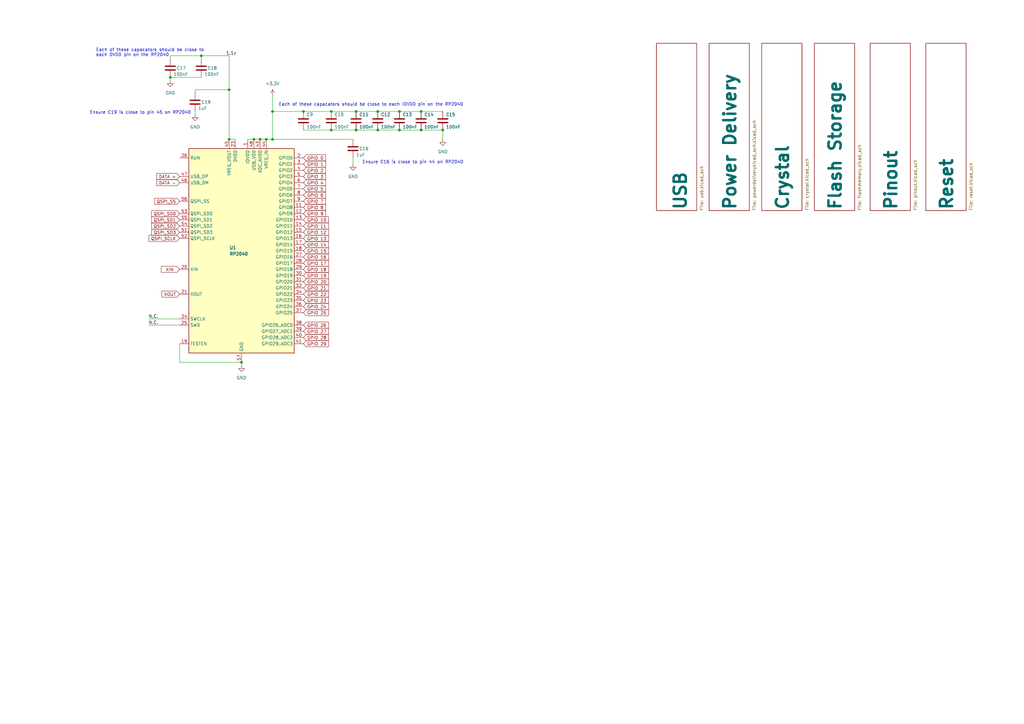
<source format=kicad_sch>
(kicad_sch (version 20230121) (generator eeschema)
  (paper "A3")
  (lib_symbols
    (symbol "Device:C" (pin_numbers hide) (pin_names (offset 0.254))
      (property "Reference" "C" (at 0.635 2.54 0))
      (property "Value" "C" (at 0.635 -2.54 0))
      (symbol "C_0_1"
        (polyline (pts (xy -2.032 -0.762) (xy 2.032 -0.762)) (stroke (width 0.508)))
        (polyline (pts (xy -2.032 0.762) (xy 2.032 0.762)) (stroke (width 0.508)))
      )
      (symbol "C_1_1"
        (pin passive line (at 0 3.81 270) (length 2.794) (name "~") (number "1"))
        (pin passive line (at 0 -3.81 90) (length 2.794) (name "~") (number "2"))
      )
    )
    (symbol "MCU_RaspberryPi:RP2040"
      (property "Reference" "U" (at 17.78 45.72 0))
      (property "Value" "RP2040" (at 17.78 43.18 0))
      (symbol "RP2040_0_1"
        (rectangle (start -21.59 41.91) (end 21.59 -41.91) (stroke (width 0.254)) (fill (type background)))
      )
      (symbol "RP2040_1_1"
        (pin power_in line (at 2.54 45.72 270) (length 3.81) (name "IOVDD") (number "1"))
        (pin passive line (at 2.54 45.72 270) (length 3.81) hide (name "IOVDD") (number "10"))
        (pin bidirectional line (at 25.4 17.78 180) (length 3.81) (name "GPIO8") (number "11"))
        (pin bidirectional line (at 25.4 15.24 180) (length 3.81) (name "GPIO9") (number "12"))
        (pin bidirectional line (at 25.4 12.7 180) (length 3.81) (name "GPIO10") (number "13"))
        (pin bidirectional line (at 25.4 10.16 180) (length 3.81) (name "GPIO11") (number "14"))
        (pin bidirectional line (at 25.4 7.62 180) (length 3.81) (name "GPIO12") (number "15"))
        (pin bidirectional line (at 25.4 5.08 180) (length 3.81) (name "GPIO13") (number "16"))
        (pin bidirectional line (at 25.4 2.54 180) (length 3.81) (name "GPIO14") (number "17"))
        (pin bidirectional line (at 25.4 0 180) (length 3.81) (name "GPIO15") (number "18"))
        (pin input line (at -25.4 -38.1 0) (length 3.81) (name "TESTEN") (number "19"))
        (pin bidirectional line (at 25.4 38.1 180) (length 3.81) (name "GPIO0") (number "2"))
        (pin input line (at -25.4 -7.62 0) (length 3.81) (name "XIN") (number "20"))
        (pin passive line (at -25.4 -17.78 0) (length 3.81) (name "XOUT") (number "21"))
        (pin passive line (at 2.54 45.72 270) (length 3.81) hide (name "IOVDD") (number "22"))
        (pin power_in line (at -2.54 45.72 270) (length 3.81) (name "DVDD") (number "23"))
        (pin input line (at -25.4 -27.94 0) (length 3.81) (name "SWCLK") (number "24"))
        (pin bidirectional line (at -25.4 -30.48 0) (length 3.81) (name "SWD") (number "25"))
        (pin input line (at -25.4 38.1 0) (length 3.81) (name "RUN") (number "26"))
        (pin bidirectional line (at 25.4 -2.54 180) (length 3.81) (name "GPIO16") (number "27"))
        (pin bidirectional line (at 25.4 -5.08 180) (length 3.81) (name "GPIO17") (number "28"))
        (pin bidirectional line (at 25.4 -7.62 180) (length 3.81) (name "GPIO18") (number "29"))
        (pin bidirectional line (at 25.4 35.56 180) (length 3.81) (name "GPIO1") (number "3"))
        (pin bidirectional line (at 25.4 -10.16 180) (length 3.81) (name "GPIO19") (number "30"))
        (pin bidirectional line (at 25.4 -12.7 180) (length 3.81) (name "GPIO20") (number "31"))
        (pin bidirectional line (at 25.4 -15.24 180) (length 3.81) (name "GPIO21") (number "32"))
        (pin passive line (at 2.54 45.72 270) (length 3.81) hide (name "IOVDD") (number "33"))
        (pin bidirectional line (at 25.4 -17.78 180) (length 3.81) (name "GPIO22") (number "34"))
        (pin bidirectional line (at 25.4 -20.32 180) (length 3.81) (name "GPIO23") (number "35"))
        (pin bidirectional line (at 25.4 -22.86 180) (length 3.81) (name "GPIO24") (number "36"))
        (pin bidirectional line (at 25.4 -25.4 180) (length 3.81) (name "GPIO25") (number "37"))
        (pin bidirectional line (at 25.4 -30.48 180) (length 3.81) (name "GPIO26_ADC0") (number "38"))
        (pin bidirectional line (at 25.4 -33.02 180) (length 3.81) (name "GPIO27_ADC1") (number "39"))
        (pin bidirectional line (at 25.4 33.02 180) (length 3.81) (name "GPIO2") (number "4"))
        (pin bidirectional line (at 25.4 -35.56 180) (length 3.81) (name "GPIO28_ADC2") (number "40"))
        (pin bidirectional line (at 25.4 -38.1 180) (length 3.81) (name "GPIO29_ADC3") (number "41"))
        (pin passive line (at 2.54 45.72 270) (length 3.81) hide (name "IOVDD") (number "42"))
        (pin power_in line (at 7.62 45.72 270) (length 3.81) (name "ADC_AVDD") (number "43"))
        (pin power_in line (at 10.16 45.72 270) (length 3.81) (name "VREG_IN") (number "44"))
        (pin power_out line (at -5.08 45.72 270) (length 3.81) (name "VREG_VOUT") (number "45"))
        (pin bidirectional line (at -25.4 27.94 0) (length 3.81) (name "USB_DM") (number "46"))
        (pin bidirectional line (at -25.4 30.48 0) (length 3.81) (name "USB_DP") (number "47"))
        (pin power_in line (at 5.08 45.72 270) (length 3.81) (name "USB_VDD") (number "48"))
        (pin passive line (at 2.54 45.72 270) (length 3.81) hide (name "IOVDD") (number "49"))
        (pin bidirectional line (at 25.4 30.48 180) (length 3.81) (name "GPIO3") (number "5"))
        (pin passive line (at -2.54 45.72 270) (length 3.81) hide (name "DVDD") (number "50"))
        (pin bidirectional line (at -25.4 7.62 0) (length 3.81) (name "QSPI_SD3") (number "51"))
        (pin output line (at -25.4 5.08 0) (length 3.81) (name "QSPI_SCLK") (number "52"))
        (pin bidirectional line (at -25.4 15.24 0) (length 3.81) (name "QSPI_SD0") (number "53"))
        (pin bidirectional line (at -25.4 10.16 0) (length 3.81) (name "QSPI_SD2") (number "54"))
        (pin bidirectional line (at -25.4 12.7 0) (length 3.81) (name "QSPI_SD1") (number "55"))
        (pin bidirectional line (at -25.4 20.32 0) (length 3.81) (name "QSPI_SS") (number "56"))
        (pin power_in line (at 0 -45.72 90) (length 3.81) (name "GND") (number "57"))
        (pin bidirectional line (at 25.4 27.94 180) (length 3.81) (name "GPIO4") (number "6"))
        (pin bidirectional line (at 25.4 25.4 180) (length 3.81) (name "GPIO5") (number "7"))
        (pin bidirectional line (at 25.4 22.86 180) (length 3.81) (name "GPIO6") (number "8"))
        (pin bidirectional line (at 25.4 20.32 180) (length 3.81) (name "GPIO7") (number "9"))
      )
    )
    (symbol "power:+3.3V" (power) (pin_names (offset 0))
      (property "Value" "+3.3V" (at 0 3.556 0))
      (symbol "+3.3V_0_1"
        (polyline (pts (xy -0.762 1.27) (xy 0 2.54)))
        (polyline (pts (xy 0 0) (xy 0 2.54)))
        (polyline (pts (xy 0 2.54) (xy 0.762 1.27)))
      )
      (symbol "+3.3V_1_1"
        (pin power_in line (at 0 0 90) (length 0) hide (name "+3.3V") (number "1"))
      )
    )
    (symbol "power:GND" (power) (pin_names (offset 0))
      (property "Value" "GND" (at 0 -3.81 0))
      (symbol "GND_0_1"
        (polyline (pts (xy 0 0) (xy 0 -1.27) (xy 1.27 -1.27) (xy 0 -2.54) (xy -1.27 -1.27) (xy 0 -1.27)))
      )
      (symbol "GND_1_1"
        (pin power_in line (at 0 0 270) (length 0) hide (name "GND") (number "1"))
      )
    )
  )
  (junction (at 154.94 45.72))
  (junction (at 181.61 53.34))
  (junction (at 163.83 45.72))
  (junction (at 93.98 36.83))
  (junction (at 124.46 45.72))
  (junction (at 111.76 45.72))
  (junction (at 111.76 57.15))
  (junction (at 104.14 57.15))
  (junction (at 93.98 57.15))
  (junction (at 135.89 53.34))
  (junction (at 146.05 53.34))
  (junction (at 146.05 45.72))
  (junction (at 163.83 53.34))
  (junction (at 172.72 45.72))
  (junction (at 172.72 53.34))
  (junction (at 106.68 57.15))
  (junction (at 154.94 53.34))
  (junction (at 135.89 45.72))
  (junction (at 69.85 31.75))
  (junction (at 109.22 57.15))
  (junction (at 82.55 22.86))
  (junction (at 99.06 148.59))
  (wire (pts (xy 73.66 148.59) (xy 99.06 148.59)))
  (wire (pts (xy 69.85 31.75) (xy 69.85 33.02)))
  (wire (pts (xy 146.05 45.72) (xy 154.94 45.72)))
  (wire (pts (xy 69.85 22.86) (xy 69.85 24.13)))
  (wire (pts (xy 111.76 45.72) (xy 111.76 57.15)))
  (wire (pts (xy 73.66 140.97) (xy 73.66 148.59)))
  (wire (pts (xy 135.89 45.72) (xy 146.05 45.72)))
  (wire (pts (xy 163.83 45.72) (xy 172.72 45.72)))
  (wire (pts (xy 135.89 53.34) (xy 146.05 53.34)))
  (wire (pts (xy 82.55 22.86) (xy 69.85 22.86)))
  (wire (pts (xy 144.78 67.31) (xy 144.78 64.77)))
  (wire (pts (xy 111.76 57.15) (xy 109.22 57.15)))
  (wire (pts (xy 101.6 57.15) (xy 104.14 57.15)))
  (wire (pts (xy 69.85 31.75) (xy 82.55 31.75)))
  (wire (pts (xy 93.98 36.83) (xy 93.98 57.15)))
  (wire (pts (xy 106.68 57.15) (xy 109.22 57.15)))
  (wire (pts (xy 111.76 39.37) (xy 111.76 45.72)))
  (wire (pts (xy 93.98 22.86) (xy 82.55 22.86)))
  (wire (pts (xy 111.76 57.15) (xy 144.78 57.15)))
  (wire (pts (xy 163.83 53.34) (xy 172.72 53.34)))
  (wire (pts (xy 104.14 57.15) (xy 106.68 57.15)))
  (wire (pts (xy 111.76 45.72) (xy 124.46 45.72)))
  (wire (pts (xy 93.98 22.86) (xy 93.98 36.83)))
  (wire (pts (xy 154.94 45.72) (xy 163.83 45.72)))
  (wire (pts (xy 172.72 53.34) (xy 181.61 53.34)))
  (wire (pts (xy 146.05 53.34) (xy 154.94 53.34)))
  (wire (pts (xy 172.72 45.72) (xy 181.61 45.72)))
  (wire (pts (xy 181.61 53.34) (xy 181.61 57.15)))
  (wire (pts (xy 154.94 53.34) (xy 163.83 53.34)))
  (wire (pts (xy 124.46 53.34) (xy 135.89 53.34)))
  (wire (pts (xy 80.01 38.1) (xy 80.01 36.83)))
  (wire (pts (xy 80.01 46.99) (xy 80.01 45.72)))
  (wire (pts (xy 80.01 36.83) (xy 93.98 36.83)))
  (wire (pts (xy 60.96 130.81) (xy 73.66 130.81)))
  (wire (pts (xy 99.06 149.86) (xy 99.06 148.59)))
  (wire (pts (xy 82.55 22.86) (xy 82.55 24.13)))
  (wire (pts (xy 124.46 45.72) (xy 135.89 45.72)))
  (wire (pts (xy 93.98 57.15) (xy 96.52 57.15)))
  (wire (pts (xy 60.96 133.35) (xy 73.66 133.35)))
  (text "Ensure C16 is close to pin 44 on RP2040\n" (at 148.59 67.31 0) (effects (font (size 1.27 1.27)) (justify left bottom)))
  (text "Each of these capacators should be close to \neach DVDD pin on the RP2040\n\n" (at 39.37 25.4 0) (effects (font (size 1.27 1.27)) (justify left bottom)))
  (text "Ensure C19 is close to pin 45 on RP2040\n" (at 36.83 46.99 0) (effects (font (size 1.27 1.27)) (justify left bottom)))
  (text "Each of these capacators should be close to each IOVDD pin on the RP2040\n\n" (at 114.3 45.72 0) (effects (font (size 1.27 1.27)) (justify left bottom)))
  (label "N.C." (at 60.96 130.81 0))
  (label "1.1v" (at 92.71 22.86 0))
  (label "N.C." (at 60.96 133.35 0))
  (global_label "QSPI_SD3" (shape input) (at 73.66 95.25 180) (property "Intersheetrefs" "${INTERSHEET_REFS}" (effects hide)))
  (global_label "GPIO 23" (shape input) (at 124.46 123.19 0) (property "Intersheetrefs" "${INTERSHEET_REFS}" (effects hide)))
  (global_label "GPIO 6" (shape input) (at 124.46 80.01 0) (property "Intersheetrefs" "${INTERSHEET_REFS}" (effects hide)))
  (global_label "GPIO 20" (shape input) (at 124.46 115.57 0) (property "Intersheetrefs" "${INTERSHEET_REFS}" (effects hide)))
  (global_label "GPIO 5" (shape input) (at 124.46 77.47 0) (property "Intersheetrefs" "${INTERSHEET_REFS}" (effects hide)))
  (global_label "XOUT" (shape input) (at 73.66 120.65 180) (property "Intersheetrefs" "${INTERSHEET_REFS}" (effects hide)))
  (global_label "GPIO 0" (shape input) (at 124.46 64.77 0) (property "Intersheetrefs" "${INTERSHEET_REFS}" (effects hide)))
  (global_label "GPIO 4" (shape input) (at 124.46 74.93 0) (property "Intersheetrefs" "${INTERSHEET_REFS}" (effects hide)))
  (global_label "GPIO 3" (shape input) (at 124.46 72.39 0) (property "Intersheetrefs" "${INTERSHEET_REFS}" (effects hide)))
  (global_label "GPIO 11" (shape input) (at 124.46 92.71 0) (property "Intersheetrefs" "${INTERSHEET_REFS}" (effects hide)))
  (global_label "GPIO 27" (shape input) (at 124.46 135.89 0) (property "Intersheetrefs" "${INTERSHEET_REFS}" (effects hide)))
  (global_label "GPIO 14" (shape input) (at 124.46 100.33 0) (property "Intersheetrefs" "${INTERSHEET_REFS}" (effects hide)))
  (global_label "GPIO 1" (shape input) (at 124.46 67.31 0) (property "Intersheetrefs" "${INTERSHEET_REFS}" (effects hide)))
  (global_label "GPIO 12" (shape input) (at 124.46 95.25 0) (property "Intersheetrefs" "${INTERSHEET_REFS}" (effects hide)))
  (global_label "GPIO 10" (shape input) (at 124.46 90.17 0) (property "Intersheetrefs" "${INTERSHEET_REFS}" (effects hide)))
  (global_label "GPIO 28" (shape input) (at 124.46 138.43 0) (property "Intersheetrefs" "${INTERSHEET_REFS}" (effects hide)))
  (global_label " XIN " (shape input) (at 73.66 110.49 180) (property "Intersheetrefs" "${INTERSHEET_REFS}" (effects hide)))
  (global_label "GPIO 17" (shape input) (at 124.46 107.95 0) (property "Intersheetrefs" "${INTERSHEET_REFS}" (effects hide)))
  (global_label "GPIO 9" (shape input) (at 124.46 87.63 0) (property "Intersheetrefs" "${INTERSHEET_REFS}" (effects hide)))
  (global_label "GPIO 24" (shape input) (at 124.46 125.73 0) (property "Intersheetrefs" "${INTERSHEET_REFS}" (effects hide)))
  (global_label "GPIO 25" (shape input) (at 124.46 128.27 0) (property "Intersheetrefs" "${INTERSHEET_REFS}" (effects hide)))
  (global_label "QSPI_SD2" (shape input) (at 73.66 92.71 180) (property "Intersheetrefs" "${INTERSHEET_REFS}" (effects hide)))
  (global_label "QSPI_SD0" (shape input) (at 73.66 87.63 180) (property "Intersheetrefs" "${INTERSHEET_REFS}" (effects hide)))
  (global_label "GPIO 8" (shape input) (at 124.46 85.09 0) (property "Intersheetrefs" "${INTERSHEET_REFS}" (effects hide)))
  (global_label "QSPI_SS" (shape input) (at 73.66 82.55 180) (property "Intersheetrefs" "${INTERSHEET_REFS}" (effects hide)))
  (global_label "GPIO 7" (shape input) (at 124.46 82.55 0) (property "Intersheetrefs" "${INTERSHEET_REFS}" (effects hide)))
  (global_label "QSPI_SCLK" (shape input) (at 73.66 97.79 180) (property "Intersheetrefs" "${INTERSHEET_REFS}" (effects hide)))
  (global_label "GPIO 15" (shape input) (at 124.46 102.87 0) (property "Intersheetrefs" "${INTERSHEET_REFS}" (effects hide)))
  (global_label "GPIO 16" (shape input) (at 124.46 105.41 0) (property "Intersheetrefs" "${INTERSHEET_REFS}" (effects hide)))
  (global_label "GPIO 21" (shape input) (at 124.46 118.11 0) (property "Intersheetrefs" "${INTERSHEET_REFS}" (effects hide)))
  (global_label "GPIO 19" (shape input) (at 124.46 113.03 0) (property "Intersheetrefs" "${INTERSHEET_REFS}" (effects hide)))
  (global_label "DATA +" (shape input) (at 73.66 72.39 180) (property "Intersheetrefs" "${INTERSHEET_REFS}" (effects hide)))
  (global_label "GPIO 26" (shape input) (at 124.46 133.35 0) (property "Intersheetrefs" "${INTERSHEET_REFS}" (effects hide)))
  (global_label "QSPI_SD1" (shape input) (at 73.66 90.17 180) (property "Intersheetrefs" "${INTERSHEET_REFS}" (effects hide)))
  (global_label "GPIO 18" (shape input) (at 124.46 110.49 0) (property "Intersheetrefs" "${INTERSHEET_REFS}" (effects hide)))
  (global_label "DATA -" (shape input) (at 73.66 74.93 180) (property "Intersheetrefs" "${INTERSHEET_REFS}" (effects hide)))
  (global_label "GPIO 22" (shape input) (at 124.46 120.65 0) (property "Intersheetrefs" "${INTERSHEET_REFS}" (effects hide)))
  (global_label "GPIO 2" (shape input) (at 124.46 69.85 0) (property "Intersheetrefs" "${INTERSHEET_REFS}" (effects hide)))
  (global_label "GPIO 13" (shape input) (at 124.46 97.79 0) (property "Intersheetrefs" "${INTERSHEET_REFS}" (effects hide)))
  (global_label "GPIO 29" (shape input) (at 124.46 140.97 0) (property "Intersheetrefs" "${INTERSHEET_REFS}" (effects hide)))
  (symbol (lib_id "Device:C") (at 172.72 49.53 0) (unit 1)
    (property "Reference" "C14" (at 173.99 46.99 0) (effects (justify left)))
    (property "Value" "100nF" (at 173.99 52.07 0) (effects (justify left)))
  )
  (symbol (lib_id "Device:C") (at 135.89 49.53 0) (unit 1)
    (property "Reference" "C10" (at 137.16 46.99 0) (effects (justify left)))
    (property "Value" "100nF" (at 137.16 52.07 0) (effects (justify left)))
  )
  (symbol (lib_id "Device:C") (at 80.01 41.91 0) (unit 1)
    (property "Reference" "C19" (at 82.55 41.91 0) (effects (justify left)))
    (property "Value" "1uF" (at 81.28 44.45 0) (effects (justify left)))
  )
  (symbol (lib_id "Device:C") (at 82.55 27.94 0) (unit 1)
    (property "Reference" "C18" (at 85.09 27.94 0) (effects (justify left)))
    (property "Value" "100nF" (at 83.82 30.48 0) (effects (justify left)))
  )
  (symbol (lib_id "Device:C") (at 124.46 49.53 0) (unit 1)
    (property "Reference" "C9" (at 125.73 46.99 0) (effects (justify left)))
    (property "Value" "100nF" (at 125.73 52.07 0) (effects (justify left)))
  )
  (symbol (lib_id "Device:C") (at 146.05 49.53 0) (unit 1)
    (property "Reference" "C11" (at 147.32 46.99 0) (effects (justify left)))
    (property "Value" "100nF" (at 147.32 52.07 0) (effects (justify left)))
  )
  (symbol (lib_id "MCU_RaspberryPi:RP2040") (at 99.06 102.87 0) (unit 1)
    (property "Reference" "U1" (at 93.98 101.6 0) (effects (font bold) (justify left)))
    (property "Value" "RP2040" (at 93.98 104.14 0) (effects (font bold) (justify left)))
    (property "Footprint" "Package_DFN_QFN:QFN-56-1EP_7x7mm_P0.4mm_EP3.2x3.2mm" (effects hide))
    (property "Datasheet" "https://datasheets.raspberrypi.com/rp2040/rp2040-datasheet.pdf" (effects hide))
  )
  (symbol (lib_id "power:GND") (at 144.78 67.31 0) (unit 1)
    (property "Reference" "#PWR016" (effects hide))
    (property "Value" "GND" (at 144.78 72.39 0))
  )
  (symbol (lib_id "power:GND") (at 80.01 46.99 0) (unit 1)
    (property "Reference" "#PWR018" (effects hide))
    (property "Value" "GND" (at 80.01 52.07 0))
  )
  (symbol (lib_id "power:GND") (at 99.06 149.86 0) (unit 1)
    (property "Reference" "#PWR07" (effects hide))
    (property "Value" "GND" (at 99.06 154.94 0))
  )
  (symbol (lib_id "power:+3.3V") (at 111.76 39.37 0) (unit 1)
    (property "Reference" "#PWR014" (effects hide))
    (property "Value" "+3.3V" (at 111.76 34.29 0))
  )
  (symbol (lib_id "Device:C") (at 163.83 49.53 0) (unit 1)
    (property "Reference" "C13" (at 165.1 46.99 0) (effects (justify left)))
    (property "Value" "100nF" (at 165.1 52.07 0) (effects (justify left)))
  )
  (symbol (lib_id "Device:C") (at 181.61 49.53 0) (unit 1)
    (property "Reference" "C15" (at 182.88 46.99 0) (effects (justify left)))
    (property "Value" "100nF" (at 182.88 52.07 0) (effects (justify left)))
  )
  (symbol (lib_id "Device:C") (at 144.78 60.96 0) (unit 1)
    (property "Reference" "C16" (at 147.32 60.96 0) (effects (justify left)))
    (property "Value" "1uF" (at 146.05 63.5 0) (effects (justify left)))
  )
  (symbol (lib_id "Device:C") (at 69.85 27.94 0) (unit 1)
    (property "Reference" "C17" (at 72.39 27.94 0) (effects (justify left)))
    (property "Value" "100nF" (at 71.12 30.48 0) (effects (justify left)))
  )
  (symbol (lib_id "power:GND") (at 69.85 33.02 0) (unit 1)
    (property "Reference" "#PWR017" (effects hide))
    (property "Value" "GND" (at 69.85 38.1 0))
  )
  (symbol (lib_id "power:GND") (at 181.61 57.15 0) (unit 1)
    (property "Reference" "#PWR015" (effects hide))
    (property "Value" "GND" (at 181.61 62.23 0))
  )
  (symbol (lib_id "Device:C") (at 154.94 49.53 0) (unit 1)
    (property "Reference" "C12" (at 156.21 46.99 0) (effects (justify left)))
    (property "Value" "100nF" (at 156.21 52.07 0) (effects (justify left)))
  )
  (sheet (at 312.42 17.78) (size 16.51 68.58) (stroke (width 0.1524))
    (property "Sheetname" "Crystal" (at 323.85 86.36 90) (effects (font (size 5 5) bold) (justify left bottom)))
    (property "Sheetfile" "crystal.kicad_sch" (at 330.2 86.36 90) (effects (justify left top)))
  )
  (sheet (at 356.87 17.78) (size 16.51 68.58) (stroke (width 0.1524))
    (property "Sheetname" "Pinout" (at 368.3 86.36 90) (effects (font (size 5 5) bold) (justify left bottom)))
    (property "Sheetfile" "pinout.kicad_sch" (at 374.65 86.36 90) (effects (justify left top)))
  )
  (sheet (at 290.83 17.78) (size 16.51 68.58) (stroke (width 0.1524))
    (property "Sheetname" "Power Delivery" (at 302.26 86.36 90) (effects (font (size 5 5) bold) (justify left bottom)))
    (property "Sheetfile" "powerdeliverykicad_sch.kicad_sch" (at 308.61 86.36 90) (effects (justify left top)))
  )
  (sheet (at 269.24 17.78) (size 16.51 68.58) (stroke (width 0.1524))
    (property "Sheetname" "USB" (at 281.94 86.36 90) (effects (font (size 5 5) bold) (justify left bottom)))
    (property "Sheetfile" "usb.kicad_sch" (at 287.02 86.36 90) (effects (justify left top)))
  )
  (sheet (at 334.01 17.78) (size 16.51 68.58) (stroke (width 0.1524))
    (property "Sheetname" "Flash Storage" (at 345.44 86.36 90) (effects (font (size 5 5) bold) (justify left bottom)))
    (property "Sheetfile" "flashmemory.kicad_sch" (at 351.79 86.36 90) (effects (justify left top)))
  )
  (sheet (at 379.73 17.78) (size 16.51 68.58) (stroke (width 0.1524))
    (property "Sheetname" "Reset" (at 391.16 86.36 90) (effects (font (size 5 5) bold) (justify left bottom)))
    (property "Sheetfile" "reset.kicad_sch" (at 397.51 86.36 90) (effects (justify left top)))
  )
)
</source>
